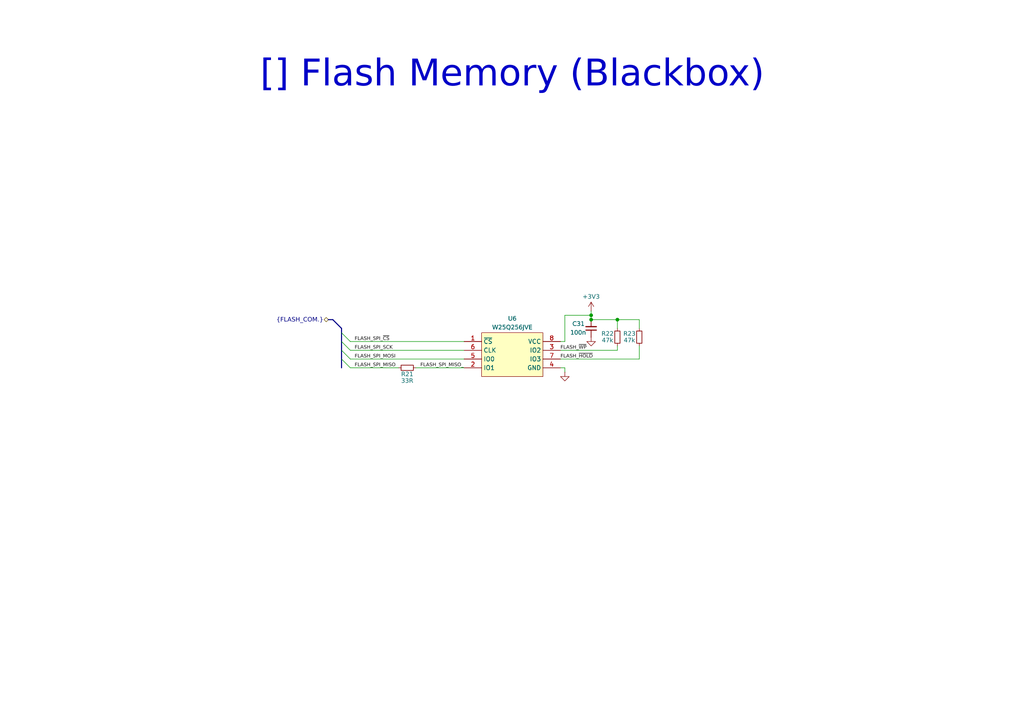
<source format=kicad_sch>
(kicad_sch (version 20231120) (generator "eeschema") (generator_version "8.0")
  (paper "A4")
  (title_block (title "Flash Memory (Blackbox)") (date "2025-09-01") (rev "0.1"))
  (lib_symbols
    (symbol "0_ic:W25Q256JVE"
      (property "Reference" "U" (at 0 0.508 0))
      (property "Value" "W25Q256JVE" (at 0 -1.27 0))
      (symbol "W25Q256JVE_1_1"
        (rectangle (start -8.89 -2.54) (end 8.89 -15.24) (fill (type background)))
        (pin input line (at -13.97 -5.08 0) (length 5.08) (name "~{CS}") (number "1"))
        (pin unspecified line (at -13.97 -12.7 0) (length 5.08) (name "IO1") (number "2"))
        (pin unspecified line (at 13.97 -7.62 180) (length 5.08) (name "IO2") (number "3"))
        (pin power_in line (at 13.97 -12.7 180) (length 5.08) (name "GND") (number "4"))
        (pin unspecified line (at -13.97 -10.16 0) (length 5.08) (name "IO0") (number "5"))
        (pin input line (at -13.97 -7.62 0) (length 5.08) (name "CLK") (number "6"))
        (pin unspecified line (at 13.97 -10.16 180) (length 5.08) (name "IO3") (number "7"))
        (pin power_in line (at 13.97 -5.08 180) (length 5.08) (name "VCC") (number "8"))
      )
    )
    (symbol "Device:C_Small" (pin_numbers hide) (pin_names (offset 0.254) hide)
      (property "Reference" "C" (at 0.254 1.778 0))
      (property "Value" "C_Small" (at 0.254 -2.032 0))
      (symbol "C_Small_0_1"
        (polyline (pts (xy -1.524 -0.508) (xy 1.524 -0.508)) (stroke (width 0.3302)))
        (polyline (pts (xy -1.524 0.508) (xy 1.524 0.508)) (stroke (width 0.3048)))
      )
      (symbol "C_Small_1_1"
        (pin passive line (at 0 2.54 270) (length 2.032) (name "~") (number "1"))
        (pin passive line (at 0 -2.54 90) (length 2.032) (name "~") (number "2"))
      )
    )
    (symbol "Device:R_Small" (pin_numbers hide) (pin_names (offset 0.254) hide)
      (property "Reference" "R" (at 0.762 0.508 0))
      (property "Value" "R_Small" (at 0.762 -1.016 0))
      (symbol "R_Small_0_1"
        (rectangle (start -0.762 1.778) (end 0.762 -1.778) (stroke (width 0.2032)))
      )
      (symbol "R_Small_1_1"
        (pin passive line (at 0 2.54 270) (length 0.762) (name "~") (number "1"))
        (pin passive line (at 0 -2.54 90) (length 0.762) (name "~") (number "2"))
      )
    )
    (symbol "GND_1" (power) (pin_numbers hide) (pin_names (offset 0) hide)
      (property "Value" "GND" (at 0 -3.81 0))
      (symbol "GND_1_0_1"
        (polyline (pts (xy 0 0) (xy 0 -1.27) (xy 1.27 -1.27) (xy 0 -2.54) (xy -1.27 -1.27) (xy 0 -1.27)))
      )
      (symbol "GND_1_1_1"
        (pin power_in line (at 0 0 270) (length 0) (name "~") (number "1"))
      )
    )
    (symbol "power:+3V3" (power) (pin_numbers hide) (pin_names (offset 0) hide)
      (property "Value" "+3V3" (at 0 3.556 0))
      (symbol "+3V3_0_1"
        (polyline (pts (xy -0.762 1.27) (xy 0 2.54)))
        (polyline (pts (xy 0 0) (xy 0 2.54)))
        (polyline (pts (xy 0 2.54) (xy 0.762 1.27)))
      )
      (symbol "+3V3_1_1"
        (pin power_in line (at 0 0 90) (length 0) (name "~") (number "1"))
      )
    )
  )
  (junction (at 171.45 92.71))
  (junction (at 171.45 91.44))
  (junction (at 179.07 92.71))
  (bus_entry (at 99.06 104.14) (size 2.54 2.54))
  (bus_entry (at 99.06 99.06) (size 2.54 2.54))
  (bus_entry (at 99.06 101.6) (size 2.54 2.54))
  (bus_entry (at 99.06 96.52) (size 2.54 2.54))
  (wire (pts (xy 179.07 95.25) (xy 179.07 92.71)))
  (wire (pts (xy 171.45 91.44) (xy 171.45 92.71)))
  (bus (pts (xy 99.06 96.52) (xy 99.06 99.06)))
  (bus (pts (xy 96.52 92.71) (xy 95.25 92.71)))
  (wire (pts (xy 163.83 106.68) (xy 163.83 107.95)))
  (bus (pts (xy 96.52 92.71) (xy 99.06 95.25)))
  (bus (pts (xy 99.06 95.25) (xy 99.06 96.52)))
  (wire (pts (xy 162.56 99.06) (xy 163.83 99.06)))
  (wire (pts (xy 162.56 104.14) (xy 185.42 104.14)))
  (wire (pts (xy 162.56 106.68) (xy 163.83 106.68)))
  (bus (pts (xy 99.06 104.14) (xy 99.06 106.68)))
  (wire (pts (xy 101.6 104.14) (xy 134.62 104.14)))
  (wire (pts (xy 101.6 106.68) (xy 115.57 106.68)))
  (wire (pts (xy 101.6 101.6) (xy 134.62 101.6)))
  (bus (pts (xy 99.06 101.6) (xy 99.06 104.14)))
  (bus (pts (xy 99.06 99.06) (xy 99.06 101.6)))
  (wire (pts (xy 185.42 95.25) (xy 185.42 92.71)))
  (wire (pts (xy 171.45 90.17) (xy 171.45 91.44)))
  (wire (pts (xy 179.07 92.71) (xy 171.45 92.71)))
  (wire (pts (xy 101.6 99.06) (xy 134.62 99.06)))
  (wire (pts (xy 163.83 99.06) (xy 163.83 91.44)))
  (wire (pts (xy 179.07 92.71) (xy 185.42 92.71)))
  (wire (pts (xy 179.07 101.6) (xy 179.07 100.33)))
  (wire (pts (xy 120.65 106.68) (xy 134.62 106.68)))
  (wire (pts (xy 163.83 91.44) (xy 171.45 91.44)))
  (wire (pts (xy 185.42 104.14) (xy 185.42 100.33)))
  (wire (pts (xy 162.56 101.6) (xy 179.07 101.6)))
  (text_box "[${#}] ${TITLE}" (at 11.43 11.43 0) (size 274.32 22.86) (stroke (width -0.0001)) (effects (font (size 7.62 7.62)) (justify top)))
  (label "FLASH_SPI_MISO_" (at 121.92 106.68 0) (effects (font (size 1.016 1.016))))
  (label "FLASH_~{HOLD}" (at 162.56 104.14 0) (effects (font (size 1.016 1.016))))
  (label "FLASH_SPI_SCK" (at 102.87 101.6 0) (effects (font (size 1.016 1.016))))
  (label "FLASH_SPI_MOSI" (at 102.87 104.14 0) (effects (font (size 1.016 1.016))))
  (label "FLASH_SPI_MISO" (at 102.87 106.68 0) (effects (font (size 1.016 1.016))))
  (label "FLASH_~{WP}" (at 162.56 101.6 0) (effects (font (size 1.016 1.016))))
  (label "FLASH_SPI_~{CS}" (at 102.87 99.06 0) (effects (font (size 1.016 1.016))))
  (hierarchical_label "{FLASH_COM.}" (shape bidirectional) (at 95.25 92.71 180))
  (symbol (lib_id "Device:C_Small") (at 171.45 95.25 180) (unit 1)
    (property "Reference" "C31" (at 169.545 93.98 0) (effects (justify left)))
    (property "Value" "100n" (at 170.18 96.52 0) (effects (justify left)))
    (property "Footprint" "Capacitor_SMD:C_0402_1005Metric" (effects (hide yes)))
    (property "Description" "Multilayer Ceramic Capacitors MLCC - SMD/SMT 16V 0.1uF X7R 0402 10 %" (effects (hide yes)))
    (property "Manufacturer" "TAIYO YUDEN" (effects (hide yes)))
    (property "Mfr Part Number" "MSASE105SB7104KFNA01" (effects (hide yes)))
  )
  (symbol (lib_name "GND_1") (lib_id "power:GND") (at 163.83 107.95 0) (unit 1)
    (property "Reference" "#PWR052" (effects (hide yes)))
    (property "Value" "GND" (effects (hide yes)))
    (property "Description" "Power symbol creates a global label with name \"GND\" , ground" (effects (hide yes)))
  )
  (symbol (lib_id "Device:R_Small") (at 179.07 97.79 0) (unit 1)
    (property "Reference" "R22" (at 176.2125 96.8375 0))
    (property "Value" "47k" (at 176.2125 98.7425 0))
    (property "Footprint" "Resistor_SMD:R_0402_1005Metric" (effects (hide yes)))
    (property "Description" "Thick Film Resistors - SMD 1/16watt 47Kohms 1% Commercial Use" (effects (hide yes)))
    (property "Manufacturer" "Vishay / Dale" (effects (hide yes)))
    (property "Mfr Part Number" "CRCW040247K0FKEDC" (effects (hide yes)))
  )
  (symbol (lib_id "power:+3V3") (at 171.45 90.17 0) (unit 1)
    (property "Reference" "#PWR040" (effects (hide yes)))
    (property "Value" "+3V3" (at 171.45 86.106 0))
    (property "Description" "Power symbol creates a global label with name \"+3V3\"" (effects (hide yes)))
  )
  (symbol (lib_name "GND_1") (lib_id "power:GND") (at 171.45 97.79 0) (unit 1)
    (property "Reference" "#PWR044" (effects (hide yes)))
    (property "Value" "GND" (effects (hide yes)))
    (property "Description" "Power symbol creates a global label with name \"GND\" , ground" (effects (hide yes)))
  )
  (symbol (lib_id "Device:R_Small") (at 118.11 106.68 90) (unit 1)
    (property "Reference" "R21" (at 118.11 108.585 90))
    (property "Value" "33R" (at 118.11 110.49 90))
    (property "Footprint" "Resistor_SMD:R_0402_1005Metric" (effects (hide yes)))
    (property "Description" "Thick Film Resistors - SMD 1/16watt 33ohms 1% 100ppm" (effects (hide yes)))
    (property "Manufacturer" "Vishay / Dale" (effects (hide yes)))
    (property "Mfr Part Number" "CRCW040220K0FKED" (effects (hide yes)))
  )
  (symbol (lib_id "Device:R_Small") (at 185.42 97.79 0) (unit 1)
    (property "Reference" "R23" (at 182.5625 96.8375 0))
    (property "Value" "47k" (at 182.5625 98.7425 0))
    (property "Footprint" "Resistor_SMD:R_0402_1005Metric" (effects (hide yes)))
    (property "Description" "Thick Film Resistors - SMD 1/16watt 47Kohms 1% Commercial Use" (effects (hide yes)))
    (property "Manufacturer" "Vishay / Dale" (effects (hide yes)))
    (property "Mfr Part Number" "CRCW040247K0FKEDC" (effects (hide yes)))
  )
  (symbol (lib_id "0_ic:W25Q256JVE") (at 148.59 93.98 0) (unit 1)
    (property "Reference" "U6" (at 148.59 92.456 0))
    (property "Value" "W25Q256JVE" (at 148.59 94.996 0))
    (property "Footprint" "0_package_son:WSON-8-1EP_8x6mm_P1.27mm" (effects (hide yes)))
    (property "Datasheet" "https://www.winbond.com/hq/support/documentation/levelOne.jsp?__locale=en&DocNo=DA00-W25Q256JV" (effects (hide yes)))
    (property "Description" "3V 256M-BIT SERIAL FLASH MEMORY WITH DUAL/QUAD SPI" (effects (hide yes)))
    (property "Manufacturer" "Winbond" (effects (hide yes)))
    (property "Mfr Part Number" "W25Q256JVEIQ " (effects (hide yes)))
  )
)
</source>
